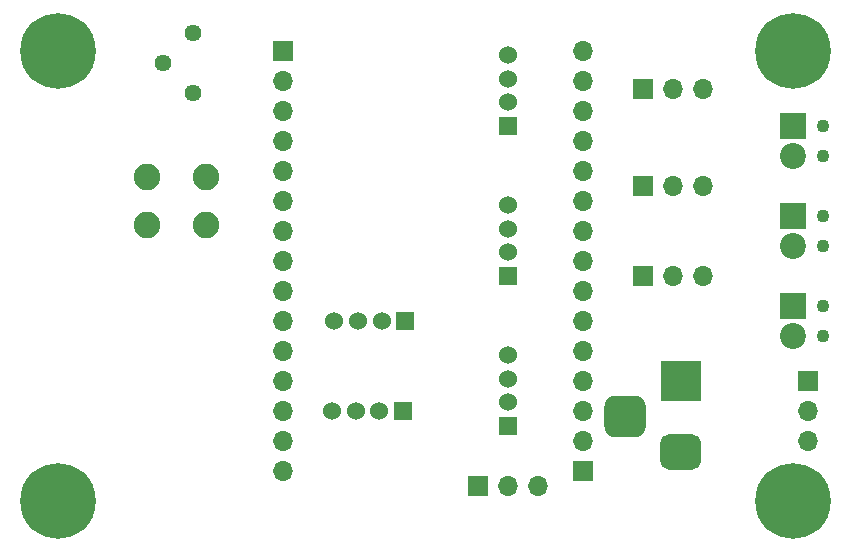
<source format=gbr>
%TF.GenerationSoftware,KiCad,Pcbnew,5.1.10-88a1d61d58~88~ubuntu20.04.1*%
%TF.CreationDate,2021-05-09T16:45:47+02:00*%
%TF.ProjectId,Control_board,436f6e74-726f-46c5-9f62-6f6172642e6b,rev?*%
%TF.SameCoordinates,Original*%
%TF.FileFunction,Soldermask,Bot*%
%TF.FilePolarity,Negative*%
%FSLAX46Y46*%
G04 Gerber Fmt 4.6, Leading zero omitted, Abs format (unit mm)*
G04 Created by KiCad (PCBNEW 5.1.10-88a1d61d58~88~ubuntu20.04.1) date 2021-05-09 16:45:47*
%MOMM*%
%LPD*%
G01*
G04 APERTURE LIST*
%ADD10C,1.524000*%
%ADD11R,1.524000X1.524000*%
%ADD12C,1.440000*%
%ADD13C,6.400000*%
%ADD14C,0.800000*%
%ADD15R,3.500000X3.500000*%
%ADD16R,2.200000X2.200000*%
%ADD17C,1.100000*%
%ADD18C,2.200000*%
%ADD19O,1.700000X1.700000*%
%ADD20R,1.700000X1.700000*%
%ADD21C,2.250000*%
G04 APERTURE END LIST*
D10*
%TO.C,J1*%
X169450000Y-76200000D03*
X171450000Y-76200000D03*
X173450000Y-76200000D03*
D11*
X175450000Y-76200000D03*
%TD*%
D12*
%TO.C,RV1*%
X157480000Y-56896000D03*
X154940000Y-54356000D03*
X157480000Y-51816000D03*
%TD*%
D13*
%TO.C,H1*%
X208280000Y-91440000D03*
D14*
X210680000Y-91440000D03*
X209977056Y-93137056D03*
X208280000Y-93840000D03*
X206582944Y-93137056D03*
X205880000Y-91440000D03*
X206582944Y-89742944D03*
X208280000Y-89040000D03*
X209977056Y-89742944D03*
%TD*%
%TO.C,H2*%
X209977056Y-51642944D03*
X208280000Y-50940000D03*
X206582944Y-51642944D03*
X205880000Y-53340000D03*
X206582944Y-55037056D03*
X208280000Y-55740000D03*
X209977056Y-55037056D03*
X210680000Y-53340000D03*
D13*
X208280000Y-53340000D03*
%TD*%
%TO.C,H3*%
X146050000Y-53340000D03*
D14*
X148450000Y-53340000D03*
X147747056Y-55037056D03*
X146050000Y-55740000D03*
X144352944Y-55037056D03*
X143650000Y-53340000D03*
X144352944Y-51642944D03*
X146050000Y-50940000D03*
X147747056Y-51642944D03*
%TD*%
%TO.C,H4*%
X147747056Y-89742944D03*
X146050000Y-89040000D03*
X144352944Y-89742944D03*
X143650000Y-91440000D03*
X144352944Y-93137056D03*
X146050000Y-93840000D03*
X147747056Y-93137056D03*
X148450000Y-91440000D03*
D13*
X146050000Y-91440000D03*
%TD*%
D11*
%TO.C,J2*%
X184150000Y-59690000D03*
D10*
X184150000Y-57690000D03*
X184150000Y-55690000D03*
X184150000Y-53690000D03*
%TD*%
D11*
%TO.C,J3*%
X184150000Y-72390000D03*
D10*
X184150000Y-70390000D03*
X184150000Y-68390000D03*
X184150000Y-66390000D03*
%TD*%
%TO.C,J4*%
X184150000Y-79090000D03*
X184150000Y-81090000D03*
X184150000Y-83090000D03*
D11*
X184150000Y-85090000D03*
%TD*%
%TO.C,J5*%
X175260000Y-83820000D03*
D10*
X173260000Y-83820000D03*
X171260000Y-83820000D03*
X169260000Y-83820000D03*
%TD*%
D15*
%TO.C,J6*%
X198755000Y-81280000D03*
G36*
G01*
X199755000Y-88780000D02*
X197755000Y-88780000D01*
G75*
G02*
X197005000Y-88030000I0J750000D01*
G01*
X197005000Y-86530000D01*
G75*
G02*
X197755000Y-85780000I750000J0D01*
G01*
X199755000Y-85780000D01*
G75*
G02*
X200505000Y-86530000I0J-750000D01*
G01*
X200505000Y-88030000D01*
G75*
G02*
X199755000Y-88780000I-750000J0D01*
G01*
G37*
G36*
G01*
X194930000Y-86030000D02*
X193180000Y-86030000D01*
G75*
G02*
X192305000Y-85155000I0J875000D01*
G01*
X192305000Y-83405000D01*
G75*
G02*
X193180000Y-82530000I875000J0D01*
G01*
X194930000Y-82530000D01*
G75*
G02*
X195805000Y-83405000I0J-875000D01*
G01*
X195805000Y-85155000D01*
G75*
G02*
X194930000Y-86030000I-875000J0D01*
G01*
G37*
%TD*%
D16*
%TO.C,J7*%
X208280000Y-67310000D03*
D17*
X210820000Y-67310000D03*
D18*
X208280000Y-69850000D03*
D17*
X210820000Y-69850000D03*
%TD*%
%TO.C,J8*%
X210820000Y-62230000D03*
D18*
X208280000Y-62230000D03*
D17*
X210820000Y-59690000D03*
D16*
X208280000Y-59690000D03*
%TD*%
%TO.C,J9*%
X208280000Y-74930000D03*
D17*
X210820000Y-74930000D03*
D18*
X208280000Y-77470000D03*
D17*
X210820000Y-77470000D03*
%TD*%
D19*
%TO.C,J10*%
X190500000Y-53340000D03*
X190500000Y-55880000D03*
X190500000Y-58420000D03*
X190500000Y-60960000D03*
X190500000Y-63500000D03*
X190500000Y-66040000D03*
X190500000Y-68580000D03*
X190500000Y-71120000D03*
X190500000Y-73660000D03*
X190500000Y-76200000D03*
X190500000Y-78740000D03*
X190500000Y-81280000D03*
X190500000Y-83820000D03*
X190500000Y-86360000D03*
D20*
X190500000Y-88900000D03*
%TD*%
%TO.C,J11*%
X165100000Y-53340000D03*
D19*
X165100000Y-55880000D03*
X165100000Y-58420000D03*
X165100000Y-60960000D03*
X165100000Y-63500000D03*
X165100000Y-66040000D03*
X165100000Y-68580000D03*
X165100000Y-71120000D03*
X165100000Y-73660000D03*
X165100000Y-76200000D03*
X165100000Y-78740000D03*
X165100000Y-81280000D03*
X165100000Y-83820000D03*
X165100000Y-86360000D03*
X165100000Y-88900000D03*
%TD*%
D20*
%TO.C,JP1*%
X195580000Y-64770000D03*
D19*
X198120000Y-64770000D03*
X200660000Y-64770000D03*
%TD*%
%TO.C,JP2*%
X200660000Y-56515000D03*
X198120000Y-56515000D03*
D20*
X195580000Y-56515000D03*
%TD*%
%TO.C,JP3*%
X195580000Y-72390000D03*
D19*
X198120000Y-72390000D03*
X200660000Y-72390000D03*
%TD*%
D20*
%TO.C,JP4*%
X181610000Y-90170000D03*
D19*
X184150000Y-90170000D03*
X186690000Y-90170000D03*
%TD*%
%TO.C,JP5*%
X209550000Y-86360000D03*
X209550000Y-83820000D03*
D20*
X209550000Y-81280000D03*
%TD*%
D21*
%TO.C,L1*%
X153580000Y-64040000D03*
X153580000Y-68040000D03*
X158580000Y-68040000D03*
X158580000Y-64040000D03*
%TD*%
M02*

</source>
